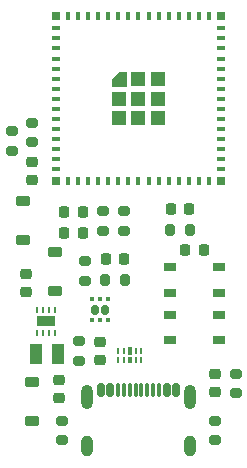
<source format=gbr>
%TF.GenerationSoftware,KiCad,Pcbnew,8.0.8*%
%TF.CreationDate,2025-07-23T19:23:50+02:00*%
%TF.ProjectId,liz_sensor,6c697a5f-7365-46e7-936f-722e6b696361,rev?*%
%TF.SameCoordinates,Original*%
%TF.FileFunction,Paste,Top*%
%TF.FilePolarity,Positive*%
%FSLAX46Y46*%
G04 Gerber Fmt 4.6, Leading zero omitted, Abs format (unit mm)*
G04 Created by KiCad (PCBNEW 8.0.8) date 2025-07-23 19:23:50*
%MOMM*%
%LPD*%
G01*
G04 APERTURE LIST*
G04 Aperture macros list*
%AMRoundRect*
0 Rectangle with rounded corners*
0 $1 Rounding radius*
0 $2 $3 $4 $5 $6 $7 $8 $9 X,Y pos of 4 corners*
0 Add a 4 corners polygon primitive as box body*
4,1,4,$2,$3,$4,$5,$6,$7,$8,$9,$2,$3,0*
0 Add four circle primitives for the rounded corners*
1,1,$1+$1,$2,$3*
1,1,$1+$1,$4,$5*
1,1,$1+$1,$6,$7*
1,1,$1+$1,$8,$9*
0 Add four rect primitives between the rounded corners*
20,1,$1+$1,$2,$3,$4,$5,0*
20,1,$1+$1,$4,$5,$6,$7,0*
20,1,$1+$1,$6,$7,$8,$9,0*
20,1,$1+$1,$8,$9,$2,$3,0*%
G04 Aperture macros list end*
%ADD10C,0.010000*%
%ADD11C,0.000000*%
%ADD12RoundRect,0.200000X-0.275000X0.200000X-0.275000X-0.200000X0.275000X-0.200000X0.275000X0.200000X0*%
%ADD13RoundRect,0.225000X-0.250000X0.225000X-0.250000X-0.225000X0.250000X-0.225000X0.250000X0.225000X0*%
%ADD14RoundRect,0.225000X0.375000X-0.225000X0.375000X0.225000X-0.375000X0.225000X-0.375000X-0.225000X0*%
%ADD15RoundRect,0.225000X0.225000X0.250000X-0.225000X0.250000X-0.225000X-0.250000X0.225000X-0.250000X0*%
%ADD16R,0.800000X0.400000*%
%ADD17R,0.400000X0.800000*%
%ADD18R,1.200000X1.200000*%
%ADD19R,0.800000X0.800000*%
%ADD20R,1.050000X0.650000*%
%ADD21RoundRect,0.200000X-0.200000X-0.275000X0.200000X-0.275000X0.200000X0.275000X-0.200000X0.275000X0*%
%ADD22R,0.250000X0.625000*%
%ADD23R,0.450000X0.700000*%
%ADD24R,0.450000X0.575000*%
%ADD25RoundRect,0.225000X-0.375000X0.225000X-0.375000X-0.225000X0.375000X-0.225000X0.375000X0.225000X0*%
%ADD26RoundRect,0.218750X-0.218750X-0.256250X0.218750X-0.256250X0.218750X0.256250X-0.218750X0.256250X0*%
%ADD27RoundRect,0.225000X-0.225000X-0.250000X0.225000X-0.250000X0.225000X0.250000X-0.225000X0.250000X0*%
%ADD28R,0.249999X0.499999*%
%ADD29R,1.599999X0.900001*%
%ADD30RoundRect,0.150000X-0.150000X-0.425000X0.150000X-0.425000X0.150000X0.425000X-0.150000X0.425000X0*%
%ADD31RoundRect,0.075000X-0.075000X-0.500000X0.075000X-0.500000X0.075000X0.500000X-0.075000X0.500000X0*%
%ADD32O,1.000000X2.100000*%
%ADD33O,1.000000X1.800000*%
%ADD34RoundRect,0.225000X0.250000X-0.225000X0.250000X0.225000X-0.250000X0.225000X-0.250000X-0.225000X0*%
%ADD35R,1.066800X1.803400*%
%ADD36RoundRect,0.160000X-0.160000X0.245000X-0.160000X-0.245000X0.160000X-0.245000X0.160000X0.245000X0*%
%ADD37RoundRect,0.093750X-0.106250X0.093750X-0.106250X-0.093750X0.106250X-0.093750X0.106250X0.093750X0*%
G04 APERTURE END LIST*
D10*
%TO.C,U1*%
X151450000Y-88850000D02*
X150250000Y-88850000D01*
X150250000Y-88250000D01*
X150850000Y-87650000D01*
X151450000Y-87650000D01*
X151450000Y-88850000D01*
G36*
X151450000Y-88850000D02*
G01*
X150250000Y-88850000D01*
X150250000Y-88250000D01*
X150850000Y-87650000D01*
X151450000Y-87650000D01*
X151450000Y-88850000D01*
G37*
D11*
%TO.C,PS1*%
G36*
X145383002Y-109176999D02*
G01*
X143917003Y-109176999D01*
X143917003Y-108323001D01*
X145383002Y-108323001D01*
X145383002Y-109176999D01*
G37*
%TD*%
D12*
%TO.C,R7*%
X148000000Y-103675000D03*
X148000000Y-105325000D03*
%TD*%
D13*
%TO.C,C5*%
X149250000Y-110475000D03*
X149250000Y-112025000D03*
%TD*%
D12*
%TO.C,R4*%
X147500000Y-110425000D03*
X147500000Y-112075000D03*
%TD*%
D14*
%TO.C,D4*%
X143500000Y-117150000D03*
X143500000Y-113850000D03*
%TD*%
D15*
%TO.C,C2*%
X147775000Y-101250000D03*
X146225000Y-101250000D03*
%TD*%
%TO.C,C6*%
X151275000Y-103500000D03*
X149725000Y-103500000D03*
%TD*%
D16*
%TO.C,U1*%
X145500000Y-83950000D03*
X145500000Y-84800000D03*
X145500000Y-85650000D03*
X145500000Y-86500000D03*
X145500000Y-87350000D03*
X145500000Y-88200000D03*
X145500000Y-89050000D03*
X145500000Y-89900000D03*
X145500000Y-90750000D03*
X145500000Y-91600000D03*
X145500000Y-92450000D03*
X145500000Y-93300000D03*
X145500000Y-94150000D03*
X145500000Y-95000000D03*
X145500000Y-95850000D03*
D17*
X146550000Y-96900000D03*
X147400000Y-96900000D03*
X148250000Y-96900000D03*
X149100000Y-96900000D03*
X149950000Y-96900000D03*
X150800000Y-96900000D03*
X151650000Y-96900000D03*
X152500000Y-96900000D03*
X153350000Y-96900000D03*
X154200000Y-96900000D03*
X155050000Y-96900000D03*
X155900000Y-96900000D03*
X156750000Y-96900000D03*
X157600000Y-96900000D03*
X158450000Y-96900000D03*
D16*
X159500000Y-95850000D03*
X159500000Y-95000000D03*
X159500000Y-94150000D03*
X159500000Y-93300000D03*
X159500000Y-92450000D03*
X159500000Y-91600000D03*
X159500000Y-90750000D03*
X159500000Y-89900000D03*
X159500000Y-89050000D03*
X159500000Y-88200000D03*
X159500000Y-87350000D03*
X159500000Y-86500000D03*
X159500000Y-85650000D03*
X159500000Y-84800000D03*
X159500000Y-83950000D03*
D17*
X158450000Y-82900000D03*
X157600000Y-82900000D03*
X156750000Y-82900000D03*
X155900000Y-82900000D03*
X155050000Y-82900000D03*
X154200000Y-82900000D03*
X153350000Y-82900000D03*
X152500000Y-82900000D03*
X151650000Y-82900000D03*
X150800000Y-82900000D03*
X149950000Y-82900000D03*
X149100000Y-82900000D03*
X148250000Y-82900000D03*
X147400000Y-82900000D03*
X146550000Y-82900000D03*
D18*
X152500000Y-89900000D03*
X152500000Y-88250000D03*
X154150000Y-88250000D03*
X154150000Y-89900000D03*
X154150000Y-91550000D03*
X152500000Y-91550000D03*
X150850000Y-91550000D03*
X150850000Y-89900000D03*
D19*
X145500000Y-82900000D03*
X145500000Y-96900000D03*
X159500000Y-96900000D03*
X159500000Y-82900000D03*
%TD*%
D20*
%TO.C,RESET1*%
X155175000Y-108175000D03*
X159325000Y-108175000D03*
X155175000Y-110325000D03*
X159325000Y-110325000D03*
%TD*%
D21*
%TO.C,R6*%
X149675000Y-105250000D03*
X151325000Y-105250000D03*
%TD*%
D12*
%TO.C,R1*%
X159000000Y-117175000D03*
X159000000Y-118825000D03*
%TD*%
%TO.C,R11*%
X149500000Y-99425000D03*
X149500000Y-101075000D03*
%TD*%
D22*
%TO.C,U2*%
X152750000Y-111225000D03*
X152250000Y-111225000D03*
D23*
X151750000Y-111262500D03*
D22*
X151250000Y-111225000D03*
X150750000Y-111225000D03*
X150750000Y-112000000D03*
X151250000Y-112000000D03*
D24*
X151750000Y-112025000D03*
D22*
X152250000Y-112000000D03*
X152750000Y-112000000D03*
%TD*%
D12*
%TO.C,R2*%
X146000000Y-117175000D03*
X146000000Y-118825000D03*
%TD*%
D13*
%TO.C,C7*%
X143500000Y-95225000D03*
X143500000Y-96775000D03*
%TD*%
D25*
%TO.C,D1*%
X142750000Y-98600000D03*
X142750000Y-101900000D03*
%TD*%
D13*
%TO.C,C3*%
X159000000Y-113225000D03*
X159000000Y-114775000D03*
%TD*%
D21*
%TO.C,R8*%
X155175000Y-101000000D03*
X156825000Y-101000000D03*
%TD*%
D12*
%TO.C,R3*%
X160750000Y-113175000D03*
X160750000Y-114825000D03*
%TD*%
D14*
%TO.C,D6*%
X145400000Y-106150000D03*
X145400000Y-102850000D03*
%TD*%
D12*
%TO.C,R5*%
X141750000Y-92675000D03*
X141750000Y-94325000D03*
%TD*%
%TO.C,R10*%
X151250000Y-99425000D03*
X151250000Y-101075000D03*
%TD*%
D26*
%TO.C,D3*%
X155212500Y-99250000D03*
X156787500Y-99250000D03*
%TD*%
D13*
%TO.C,C10*%
X145750000Y-113725000D03*
X145750000Y-115275000D03*
%TD*%
D12*
%TO.C,R9*%
X143500000Y-91925000D03*
X143500000Y-93575000D03*
%TD*%
D27*
%TO.C,C4*%
X156475000Y-102750000D03*
X158025000Y-102750000D03*
%TD*%
D20*
%TO.C,BOOT1*%
X155175000Y-104175000D03*
X159325000Y-104175000D03*
X155175000Y-106325000D03*
X159325000Y-106325000D03*
%TD*%
D28*
%TO.C,PS1*%
X145400000Y-107799999D03*
X144900001Y-107799999D03*
X144399999Y-107799999D03*
X143900001Y-107799999D03*
X143900001Y-109700001D03*
X144399999Y-109700001D03*
X144900001Y-109700001D03*
X145400000Y-109700001D03*
D29*
X144650002Y-108750000D03*
%TD*%
D15*
%TO.C,C1*%
X147775000Y-99500000D03*
X146225000Y-99500000D03*
%TD*%
D30*
%TO.C,J1*%
X149300000Y-114570000D03*
X150100000Y-114570000D03*
D31*
X151250000Y-114570000D03*
X152250000Y-114570000D03*
X152750000Y-114570000D03*
X153750000Y-114570000D03*
D30*
X154900000Y-114570000D03*
X155700000Y-114570000D03*
X155700000Y-114570000D03*
X154900000Y-114570000D03*
D31*
X154250000Y-114570000D03*
X153250000Y-114570000D03*
X151750000Y-114570000D03*
X150750000Y-114570000D03*
D30*
X150100000Y-114570000D03*
X149300000Y-114570000D03*
D32*
X148180000Y-115145000D03*
D33*
X148180000Y-119325000D03*
D32*
X156820000Y-115145000D03*
D33*
X156820000Y-119325000D03*
%TD*%
D34*
%TO.C,C9*%
X143000000Y-106275000D03*
X143000000Y-104725000D03*
%TD*%
D35*
%TO.C,L2*%
X145677100Y-111500000D03*
X143822900Y-111500000D03*
%TD*%
D36*
%TO.C,U5*%
X149650000Y-107750000D03*
X148850000Y-107750000D03*
D37*
X149900000Y-106862500D03*
X149250000Y-106862500D03*
X148600000Y-106862500D03*
X148600000Y-108637500D03*
X149250000Y-108637500D03*
X149900000Y-108637500D03*
%TD*%
M02*

</source>
